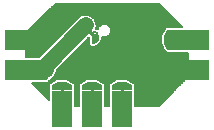
<source format=gbl>
G04 DipTrace 2.4.0.2*
%INinmp441.gbl*%
%MOMM*%
%ADD13C,0.254*%
%ADD14C,1.372*%
%ADD15C,0.152*%
%ADD17R,1.6X1.7*%
%ADD18R,2.032X1.7*%
%ADD19R,1.7X1.6*%
%ADD20R,1.7X2.032*%
%ADD24C,0.686*%
%FSLAX53Y53*%
G04*
G71*
G90*
G75*
G01*
%LNBottom*%
%LPD*%
X25248Y13818D2*
D13*
X23978D1*
X22813D1*
X12443Y16358D2*
X11278D1*
X10008D1*
X12441Y13818D2*
D14*
Y14189D1*
X15345Y17094D1*
Y17117D1*
X15812Y17584D1*
X22816Y16358D2*
D13*
X23978D1*
X25248D1*
X10008Y13818D2*
X11278D1*
X12441D1*
X15812Y17584D2*
Y17390D1*
X16652Y16550D1*
X16358Y12441D2*
Y11278D1*
Y10008D1*
X18898D2*
Y11278D1*
Y12441D1*
X13818Y12443D2*
Y11278D1*
Y10008D1*
D24*
X15812Y17584D3*
X15345Y17094D3*
X13137Y19283D2*
D15*
X22117D1*
X12989Y19134D2*
X22267D1*
X12839Y18985D2*
X22415D1*
X12689Y18836D2*
X22565D1*
X12542Y18686D2*
X22715D1*
X12392Y18537D2*
X22863D1*
X12244Y18388D2*
X15350D1*
X16276D2*
X23013D1*
X12094Y18239D2*
X15150D1*
X16473D2*
X23160D1*
X11944Y18090D2*
X15002D1*
X16597D2*
X23310D1*
X11796Y17941D2*
X14852D1*
X16676D2*
X23460D1*
X11646Y17792D2*
X14704D1*
X16723D2*
X23608D1*
X11499Y17643D2*
X14576D1*
X16747D2*
X17079D1*
X17707D2*
X23758D1*
X11349Y17494D2*
X14428D1*
X16742D2*
X16914D1*
X17871D2*
X23906D1*
X11199Y17345D2*
X14278D1*
X16716D2*
X16833D1*
X17952D2*
X22513D1*
X11051Y17196D2*
X14131D1*
X17985D2*
X22434D1*
X10901Y17047D2*
X13981D1*
X17978D2*
X22355D1*
X10759Y16898D2*
X13833D1*
X17931D2*
X22279D1*
X10759Y16749D2*
X13683D1*
X17828D2*
X22208D1*
X10759Y16600D2*
X13533D1*
X17597D2*
X22198D1*
X10759Y16450D2*
X13385D1*
X17195D2*
X22198D1*
X10759Y16301D2*
X13235D1*
X15868D2*
X16086D1*
X17154D2*
X22198D1*
X10759Y16152D2*
X13088D1*
X15721D2*
X16086D1*
X17080D2*
X22198D1*
X10759Y16003D2*
X12938D1*
X15571D2*
X16086D1*
X16954D2*
X22201D1*
X10759Y15854D2*
X12788D1*
X15421D2*
X16136D1*
X16740D2*
X22260D1*
X10759Y15705D2*
X12640D1*
X15273D2*
X22339D1*
X10759Y15556D2*
X12490D1*
X15123D2*
X22415D1*
X10759Y15407D2*
X12342D1*
X14975D2*
X22491D1*
X10759Y15258D2*
X12192D1*
X14825D2*
X24496D1*
X10759Y15109D2*
X12042D1*
X14675D2*
X24496D1*
X10759Y14960D2*
X11895D1*
X14528D2*
X24496D1*
X14378Y14811D2*
X24496D1*
X14230Y14662D2*
X24496D1*
X14080Y14513D2*
X24496D1*
X13930Y14364D2*
X24496D1*
X13782Y14214D2*
X24496D1*
X13632Y14065D2*
X24496D1*
X13485Y13916D2*
X24496D1*
X13375Y13767D2*
X24496D1*
X13354Y13618D2*
X24496D1*
X13306Y13469D2*
X24496D1*
X13230Y13320D2*
X24496D1*
X13111Y13171D2*
X24396D1*
X12918Y13022D2*
X13383D1*
X14254D2*
X15921D1*
X16795D2*
X18462D1*
X19333D2*
X24246D1*
X12768Y12873D2*
X13092D1*
X14544D2*
X15631D1*
X17085D2*
X18172D1*
X19624D2*
X24099D1*
X11308Y12724D2*
X12809D1*
X14825D2*
X15350D1*
X17366D2*
X17891D1*
X19907D2*
X23948D1*
X11456Y12575D2*
X12721D1*
X14914D2*
X15262D1*
X17454D2*
X17802D1*
X19995D2*
X23798D1*
X11606Y12426D2*
X12719D1*
X14918D2*
X15259D1*
X17457D2*
X17798D1*
X19998D2*
X23651D1*
X11754Y12277D2*
X12719D1*
X14918D2*
X15259D1*
X17457D2*
X17798D1*
X19998D2*
X23501D1*
X11904Y12128D2*
X12719D1*
X14918D2*
X15259D1*
X17457D2*
X17798D1*
X19998D2*
X23353D1*
X12054Y11978D2*
X12719D1*
X14918D2*
X15259D1*
X17457D2*
X17798D1*
X19998D2*
X23203D1*
X12201Y11829D2*
X12719D1*
X14918D2*
X15259D1*
X17457D2*
X17798D1*
X19998D2*
X23053D1*
X12351Y11680D2*
X12719D1*
X14918D2*
X15259D1*
X17457D2*
X17798D1*
X19998D2*
X22905D1*
X12499Y11531D2*
X12719D1*
X14918D2*
X15259D1*
X17457D2*
X17798D1*
X19998D2*
X22755D1*
X14918Y11382D2*
X15259D1*
X17457D2*
X17798D1*
X19998D2*
X22608D1*
X14918Y11233D2*
X15259D1*
X17457D2*
X17798D1*
X19998D2*
X22458D1*
X14918Y11084D2*
X15259D1*
X17457D2*
X17798D1*
X19998D2*
X22308D1*
X14918Y10935D2*
X15259D1*
X17457D2*
X17798D1*
X19998D2*
X22160D1*
X14918Y10786D2*
X15259D1*
X17457D2*
X17798D1*
X19998D2*
X22010D1*
X17968Y17071D2*
X17953Y16996D1*
X17928Y16924D1*
X17894Y16856D1*
X17852Y16793D1*
X17801Y16736D1*
X17744Y16686D1*
X17680Y16644D1*
X17612Y16610D1*
X17540Y16586D1*
X17465Y16572D1*
X17389Y16567D1*
X17313Y16573D1*
X17200Y16602D1*
X17194Y16517D1*
X17162Y16367D1*
X17124Y16263D1*
X17049Y16124D1*
X17010Y16073D1*
X16916Y15981D1*
X16822Y15905D1*
X16762Y15869D1*
X16612Y15809D1*
X16487Y15784D1*
X16372Y15766D1*
X16296Y15767D1*
X16224Y15792D1*
X16164Y15838D1*
X16122Y15901D1*
X16103Y15977D1*
X16101Y16572D1*
X16050Y16502D1*
X15978Y16426D1*
X13360Y13808D1*
X13348Y13666D1*
X13311Y13519D1*
X13250Y13379D1*
X13166Y13252D1*
X13063Y13140D1*
X12943Y13047D1*
X12809Y12974D1*
X12802Y12972D1*
X12747Y12861D1*
X12702Y12800D1*
X12639Y12756D1*
X12564Y12735D1*
X12462Y12733D1*
X11282D1*
X12734Y11282D1*
X12733Y12313D1*
Y12538D1*
X12746Y12613D1*
X12781Y12680D1*
X12838Y12733D1*
X12928Y12782D1*
X13386Y13017D1*
X13460Y13040D1*
X13569Y13043D1*
X14143D1*
X14220Y13029D1*
X14318Y12982D1*
X14775Y12747D1*
X14836Y12702D1*
X14880Y12639D1*
X14901Y12564D1*
X14903Y12462D1*
Y10743D1*
X15272Y10744D1*
X15273Y11463D1*
X15276Y12313D1*
X15273Y12378D1*
Y12538D1*
X15286Y12613D1*
X15321Y12680D1*
X15378Y12733D1*
X15468Y12782D1*
X15926Y13017D1*
X16000Y13040D1*
X16109Y13043D1*
X16683D1*
X16760Y13029D1*
X16858Y12982D1*
X17315Y12747D1*
X17376Y12702D1*
X17420Y12639D1*
X17441Y12564D1*
X17443Y12462D1*
Y10742D1*
X17815Y10744D1*
X17813Y11539D1*
X17816Y12313D1*
X17813Y12378D1*
Y12538D1*
X17826Y12613D1*
X17861Y12680D1*
X17918Y12733D1*
X18008Y12782D1*
X18466Y13017D1*
X18540Y13040D1*
X18649Y13043D1*
X19223D1*
X19300Y13029D1*
X19398Y12982D1*
X19855Y12747D1*
X19916Y12702D1*
X19960Y12639D1*
X19981Y12564D1*
X19983Y12462D1*
Y10743D1*
X21987Y10744D1*
X22339Y11099D1*
X24513Y13273D1*
X24512Y15272D1*
X23794Y15273D1*
X22943Y15276D1*
X22878Y15273D1*
X22718D1*
X22643Y15286D1*
X22576Y15321D1*
X22523Y15378D1*
X22474Y15468D1*
X22239Y15926D1*
X22216Y16000D1*
X22213Y16109D1*
Y16683D1*
X22227Y16760D1*
X22274Y16858D1*
X22509Y17315D1*
X22554Y17376D1*
X22617Y17420D1*
X22692Y17441D1*
X22794Y17443D1*
X23974D1*
X21983Y19433D1*
X18891Y19432D1*
X13269D1*
X12917Y19077D1*
X10743Y16903D1*
X10744Y14904D1*
X11463Y14903D1*
X11851D1*
X14584Y17635D1*
X14660Y17732D1*
X14802Y17875D1*
X15218Y18287D1*
X15342Y18375D1*
X15478Y18442D1*
X15624Y18485D1*
X15775Y18504D1*
X15927Y18498D1*
X16076Y18466D1*
X16218Y18411D1*
X16349Y18333D1*
X16465Y18234D1*
X16563Y18118D1*
X16640Y17987D1*
X16695Y17845D1*
X16726Y17696D1*
X16732Y17543D1*
X16713Y17392D1*
X16694Y17321D1*
X16761Y17307D1*
X16820Y17285D1*
X16836Y17305D1*
X16861Y17377D1*
X16896Y17445D1*
X16939Y17507D1*
X16990Y17564D1*
X17049Y17613D1*
X17113Y17654D1*
X17182Y17687D1*
X17254Y17710D1*
X17329Y17723D1*
X17405Y17726D1*
X17481Y17720D1*
X17555Y17703D1*
X17627Y17677D1*
X17694Y17642D1*
X17757Y17598D1*
X17813Y17547D1*
X17862Y17488D1*
X17902Y17424D1*
X17934Y17355D1*
X17957Y17282D1*
X17969Y17207D1*
X17973Y17147D1*
X17968Y17071D1*
D17*
X11278Y16358D3*
Y13818D3*
D18*
X10008Y16358D3*
Y13818D3*
G36*
X12538Y12968D2*
X12073D1*
Y14668D1*
X12538D1*
X12808Y14143D1*
Y13493D1*
X12538Y12968D1*
G37*
G36*
Y15508D2*
X12078D1*
Y17208D1*
X12538D1*
X12808Y16683D1*
Y16033D1*
X12538Y15508D1*
G37*
D19*
X13818Y11278D3*
X16358D3*
X18898D3*
G36*
X17208Y12538D2*
Y12073D1*
X15508D1*
Y12538D1*
X16033Y12808D1*
X16683D1*
X17208Y12538D1*
G37*
G36*
X14668D2*
Y12078D1*
X12968D1*
Y12538D1*
X13493Y12808D1*
X14143D1*
X14668Y12538D1*
G37*
D20*
X13818Y10008D3*
G36*
X19748Y12538D2*
Y12073D1*
X18048D1*
Y12538D1*
X18573Y12808D1*
X19223D1*
X19748Y12538D1*
G37*
D20*
X16358Y10008D3*
X18898D3*
D17*
X23978Y13818D3*
Y16358D3*
D18*
X25248Y13818D3*
Y16358D3*
G36*
X22718Y17208D2*
X23183D1*
Y15508D1*
X22718D1*
X22448Y16033D1*
Y16683D1*
X22718Y17208D1*
G37*
G36*
Y14668D2*
X23178D1*
Y12968D1*
X22718D1*
X22448Y13493D1*
Y14143D1*
X22718Y14668D1*
G37*
G36*
X16336Y15998D2*
X16527Y16027D1*
X16674Y16087D1*
X16768Y16163D1*
X16844Y16239D1*
X16908Y16352D1*
X16933Y16417D1*
X16953Y16512D1*
X16963Y16563D1*
X16969Y16646D1*
X16946Y16710D1*
X16908Y16749D1*
X16882Y16774D1*
X16870Y16838D1*
X16875Y16863D1*
X16890Y16914D1*
X16920Y16942D1*
X16839Y17041D1*
X16763Y16990D1*
X16745D1*
X16709Y17079D1*
X16654Y17091D1*
X16552Y17102D1*
X16659Y16849D1*
Y16817D1*
X16651Y16774D1*
X16628Y16764D1*
X16577Y16784D1*
X16514Y16900D1*
X16443Y17071D1*
X16392Y17046D1*
X16338Y16982D1*
X16412Y16792D1*
X16374Y16798D1*
X16336D1*
Y15998D1*
G37*
M02*

</source>
